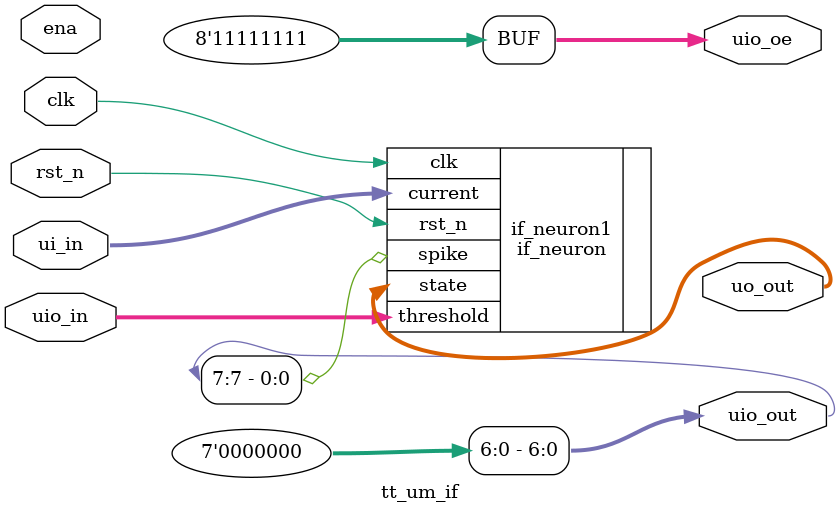
<source format=v>
`default_nettype none

module tt_um_if (
    input  wire [7:0] ui_in,    // Dedicated inputs - connected to the input switches
    output wire [7:0] uo_out,   // Dedicated outputs - connected to the 7 segment display
    input  wire [7:0] uio_in,   // IOs: Bidirectional Input path
    output wire [7:0] uio_out,  // IOs: Bidirectional Output path
    output wire [7:0] uio_oe,   // IOs: Bidirectional Enable path (active high: 0=input, 1=output)
    input  wire       ena,      // will go high when the design is enabled
    input  wire       clk,      // clock
    input  wire       rst_n     // reset_n - low to reset
);

    
    // use bidirectionals as outputs
    assign uio_oe = 8'b11111111;
    assign uio_out[6:0] = 6'd0;
    


    // instantiate lif neuron 
    if_neuron if_neuron1(.current(ui_in), .clk(clk), .rst_n(rst_n), .spike(uio_out[7]), .state(uo_out), .threshold(uio_in));

endmodule

</source>
